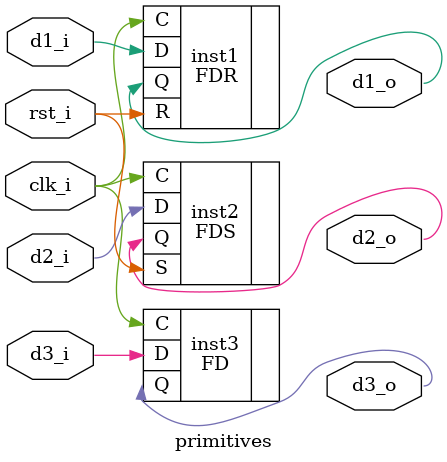
<source format=v>
module primitives (
    input   clk_i,
    input   rst_i,
    input   d1_i,
    input   d2_i,
    input   d3_i,
    output  d1_o,
    output  d2_o,
    output  d3_o
);

    // DFlip-FlopwithSynchronousReset
    FDR inst1 (.C(clk_i), .D(d1_i), .Q(d1_o), .R(rst_i)); 

    // DFlip-FlopwithSynchronousSet
    FDS inst2 (.C(clk_i), .D(d2_i), .Q(d2_o), .S(rst_i)); 

    // DFlip-Flop
    FD  inst3 (.C(clk_i), .D(d3_i), .Q(d3_o));

endmodule

</source>
